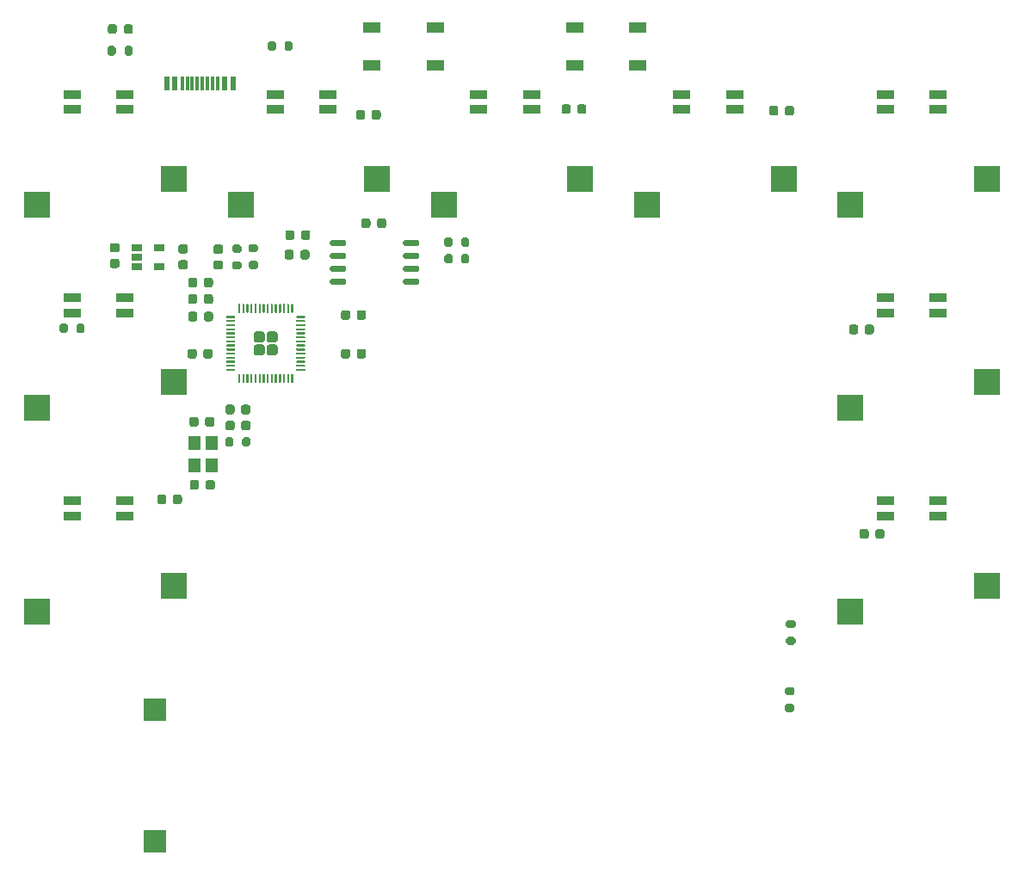
<source format=gbr>
G04 #@! TF.GenerationSoftware,KiCad,Pcbnew,(5.1.10)-1*
G04 #@! TF.CreationDate,2021-08-27T00:07:47-06:00*
G04 #@! TF.ProjectId,EncoderPad_RP2040,456e636f-6465-4725-9061-645f52503230,rev?*
G04 #@! TF.SameCoordinates,Original*
G04 #@! TF.FileFunction,Paste,Bot*
G04 #@! TF.FilePolarity,Positive*
%FSLAX46Y46*%
G04 Gerber Fmt 4.6, Leading zero omitted, Abs format (unit mm)*
G04 Created by KiCad (PCBNEW (5.1.10)-1) date 2021-08-27 00:07:47*
%MOMM*%
%LPD*%
G01*
G04 APERTURE LIST*
%ADD10R,1.060000X0.650000*%
%ADD11R,1.800000X0.900000*%
%ADD12R,2.550000X2.500000*%
%ADD13R,1.200000X1.400000*%
%ADD14R,1.800000X1.100000*%
%ADD15R,0.600000X1.450000*%
%ADD16R,0.300000X1.450000*%
%ADD17R,2.300000X2.300000*%
G04 APERTURE END LIST*
D10*
X65997000Y-86167000D03*
X65997000Y-84267000D03*
X63797000Y-84267000D03*
X63797000Y-85217000D03*
X63797000Y-86167000D03*
G36*
G01*
X56966800Y-91977800D02*
X56966800Y-92527800D01*
G75*
G02*
X56766800Y-92727800I-200000J0D01*
G01*
X56366800Y-92727800D01*
G75*
G02*
X56166800Y-92527800I0J200000D01*
G01*
X56166800Y-91977800D01*
G75*
G02*
X56366800Y-91777800I200000J0D01*
G01*
X56766800Y-91777800D01*
G75*
G02*
X56966800Y-91977800I0J-200000D01*
G01*
G37*
G36*
G01*
X58616800Y-91977800D02*
X58616800Y-92527800D01*
G75*
G02*
X58416800Y-92727800I-200000J0D01*
G01*
X58016800Y-92727800D01*
G75*
G02*
X57816800Y-92527800I0J200000D01*
G01*
X57816800Y-91977800D01*
G75*
G02*
X58016800Y-91777800I200000J0D01*
G01*
X58416800Y-91777800D01*
G75*
G02*
X58616800Y-91977800I0J-200000D01*
G01*
G37*
G36*
G01*
X61803900Y-62532550D02*
X61803900Y-63045050D01*
G75*
G02*
X61585150Y-63263800I-218750J0D01*
G01*
X61147650Y-63263800D01*
G75*
G02*
X60928900Y-63045050I0J218750D01*
G01*
X60928900Y-62532550D01*
G75*
G02*
X61147650Y-62313800I218750J0D01*
G01*
X61585150Y-62313800D01*
G75*
G02*
X61803900Y-62532550I0J-218750D01*
G01*
G37*
G36*
G01*
X63378900Y-62532550D02*
X63378900Y-63045050D01*
G75*
G02*
X63160150Y-63263800I-218750J0D01*
G01*
X62722650Y-63263800D01*
G75*
G02*
X62503900Y-63045050I0J218750D01*
G01*
X62503900Y-62532550D01*
G75*
G02*
X62722650Y-62313800I218750J0D01*
G01*
X63160150Y-62313800D01*
G75*
G02*
X63378900Y-62532550I0J-218750D01*
G01*
G37*
G36*
G01*
X128392600Y-121749000D02*
X127842600Y-121749000D01*
G75*
G02*
X127642600Y-121549000I0J200000D01*
G01*
X127642600Y-121149000D01*
G75*
G02*
X127842600Y-120949000I200000J0D01*
G01*
X128392600Y-120949000D01*
G75*
G02*
X128592600Y-121149000I0J-200000D01*
G01*
X128592600Y-121549000D01*
G75*
G02*
X128392600Y-121749000I-200000J0D01*
G01*
G37*
G36*
G01*
X128392600Y-123399000D02*
X127842600Y-123399000D01*
G75*
G02*
X127642600Y-123199000I0J200000D01*
G01*
X127642600Y-122799000D01*
G75*
G02*
X127842600Y-122599000I200000J0D01*
G01*
X128392600Y-122599000D01*
G75*
G02*
X128592600Y-122799000I0J-200000D01*
G01*
X128592600Y-123199000D01*
G75*
G02*
X128392600Y-123399000I-200000J0D01*
G01*
G37*
G36*
G01*
X127741000Y-129203000D02*
X128291000Y-129203000D01*
G75*
G02*
X128491000Y-129403000I0J-200000D01*
G01*
X128491000Y-129803000D01*
G75*
G02*
X128291000Y-130003000I-200000J0D01*
G01*
X127741000Y-130003000D01*
G75*
G02*
X127541000Y-129803000I0J200000D01*
G01*
X127541000Y-129403000D01*
G75*
G02*
X127741000Y-129203000I200000J0D01*
G01*
G37*
G36*
G01*
X127741000Y-127553000D02*
X128291000Y-127553000D01*
G75*
G02*
X128491000Y-127753000I0J-200000D01*
G01*
X128491000Y-128153000D01*
G75*
G02*
X128291000Y-128353000I-200000J0D01*
G01*
X127741000Y-128353000D01*
G75*
G02*
X127541000Y-128153000I0J200000D01*
G01*
X127541000Y-127753000D01*
G75*
G02*
X127741000Y-127553000I200000J0D01*
G01*
G37*
D11*
X137400000Y-109200000D03*
X137400000Y-110700000D03*
X142600000Y-109200000D03*
X142600000Y-110700000D03*
D12*
X133985000Y-120080000D03*
X147410000Y-117540000D03*
D11*
X137400000Y-89200000D03*
X137400000Y-90700000D03*
X142600000Y-89200000D03*
X142600000Y-90700000D03*
D12*
X133985000Y-100080000D03*
X147410000Y-97540000D03*
D11*
X137400000Y-69200000D03*
X137400000Y-70700000D03*
X142600000Y-69200000D03*
X142600000Y-70700000D03*
D12*
X133985000Y-80080000D03*
X147410000Y-77540000D03*
D11*
X117400000Y-69200000D03*
X117400000Y-70700000D03*
X122600000Y-69200000D03*
X122600000Y-70700000D03*
D12*
X113985000Y-80080000D03*
X127410000Y-77540000D03*
D11*
X97400000Y-69200000D03*
X97400000Y-70700000D03*
X102600000Y-69200000D03*
X102600000Y-70700000D03*
D12*
X93985000Y-80080000D03*
X107410000Y-77540000D03*
D11*
X77410000Y-69200000D03*
X77410000Y-70700000D03*
X82610000Y-69200000D03*
X82610000Y-70700000D03*
D12*
X73995000Y-80080000D03*
X87420000Y-77540000D03*
D11*
X57400000Y-69200000D03*
X57400000Y-70700000D03*
X62600000Y-69200000D03*
X62600000Y-70700000D03*
D12*
X53985000Y-80080000D03*
X67410000Y-77540000D03*
D11*
X57400000Y-89200000D03*
X57400000Y-90700000D03*
X62600000Y-89200000D03*
X62600000Y-90700000D03*
D12*
X53985000Y-100080000D03*
X67410000Y-97540000D03*
D11*
X57400000Y-109200000D03*
X57400000Y-110700000D03*
X62600000Y-109200000D03*
X62600000Y-110700000D03*
D12*
X53985000Y-120080000D03*
X67410000Y-117540000D03*
G36*
G01*
X135781200Y-112221200D02*
X135781200Y-112721200D01*
G75*
G02*
X135556200Y-112946200I-225000J0D01*
G01*
X135106200Y-112946200D01*
G75*
G02*
X134881200Y-112721200I0J225000D01*
G01*
X134881200Y-112221200D01*
G75*
G02*
X135106200Y-111996200I225000J0D01*
G01*
X135556200Y-111996200D01*
G75*
G02*
X135781200Y-112221200I0J-225000D01*
G01*
G37*
G36*
G01*
X137331200Y-112221200D02*
X137331200Y-112721200D01*
G75*
G02*
X137106200Y-112946200I-225000J0D01*
G01*
X136656200Y-112946200D01*
G75*
G02*
X136431200Y-112721200I0J225000D01*
G01*
X136431200Y-112221200D01*
G75*
G02*
X136656200Y-111996200I225000J0D01*
G01*
X137106200Y-111996200D01*
G75*
G02*
X137331200Y-112221200I0J-225000D01*
G01*
G37*
G36*
G01*
X134739200Y-92104400D02*
X134739200Y-92604400D01*
G75*
G02*
X134514200Y-92829400I-225000J0D01*
G01*
X134064200Y-92829400D01*
G75*
G02*
X133839200Y-92604400I0J225000D01*
G01*
X133839200Y-92104400D01*
G75*
G02*
X134064200Y-91879400I225000J0D01*
G01*
X134514200Y-91879400D01*
G75*
G02*
X134739200Y-92104400I0J-225000D01*
G01*
G37*
G36*
G01*
X136289200Y-92104400D02*
X136289200Y-92604400D01*
G75*
G02*
X136064200Y-92829400I-225000J0D01*
G01*
X135614200Y-92829400D01*
G75*
G02*
X135389200Y-92604400I0J225000D01*
G01*
X135389200Y-92104400D01*
G75*
G02*
X135614200Y-91879400I225000J0D01*
G01*
X136064200Y-91879400D01*
G75*
G02*
X136289200Y-92104400I0J-225000D01*
G01*
G37*
G36*
G01*
X127528200Y-71065200D02*
X127528200Y-70565200D01*
G75*
G02*
X127753200Y-70340200I225000J0D01*
G01*
X128203200Y-70340200D01*
G75*
G02*
X128428200Y-70565200I0J-225000D01*
G01*
X128428200Y-71065200D01*
G75*
G02*
X128203200Y-71290200I-225000J0D01*
G01*
X127753200Y-71290200D01*
G75*
G02*
X127528200Y-71065200I0J225000D01*
G01*
G37*
G36*
G01*
X125978200Y-71065200D02*
X125978200Y-70565200D01*
G75*
G02*
X126203200Y-70340200I225000J0D01*
G01*
X126653200Y-70340200D01*
G75*
G02*
X126878200Y-70565200I0J-225000D01*
G01*
X126878200Y-71065200D01*
G75*
G02*
X126653200Y-71290200I-225000J0D01*
G01*
X126203200Y-71290200D01*
G75*
G02*
X125978200Y-71065200I0J225000D01*
G01*
G37*
G36*
G01*
X107106600Y-70912800D02*
X107106600Y-70412800D01*
G75*
G02*
X107331600Y-70187800I225000J0D01*
G01*
X107781600Y-70187800D01*
G75*
G02*
X108006600Y-70412800I0J-225000D01*
G01*
X108006600Y-70912800D01*
G75*
G02*
X107781600Y-71137800I-225000J0D01*
G01*
X107331600Y-71137800D01*
G75*
G02*
X107106600Y-70912800I0J225000D01*
G01*
G37*
G36*
G01*
X105556600Y-70912800D02*
X105556600Y-70412800D01*
G75*
G02*
X105781600Y-70187800I225000J0D01*
G01*
X106231600Y-70187800D01*
G75*
G02*
X106456600Y-70412800I0J-225000D01*
G01*
X106456600Y-70912800D01*
G75*
G02*
X106231600Y-71137800I-225000J0D01*
G01*
X105781600Y-71137800D01*
G75*
G02*
X105556600Y-70912800I0J225000D01*
G01*
G37*
G36*
G01*
X67317200Y-109317600D02*
X67317200Y-108817600D01*
G75*
G02*
X67542200Y-108592600I225000J0D01*
G01*
X67992200Y-108592600D01*
G75*
G02*
X68217200Y-108817600I0J-225000D01*
G01*
X68217200Y-109317600D01*
G75*
G02*
X67992200Y-109542600I-225000J0D01*
G01*
X67542200Y-109542600D01*
G75*
G02*
X67317200Y-109317600I0J225000D01*
G01*
G37*
G36*
G01*
X65767200Y-109317600D02*
X65767200Y-108817600D01*
G75*
G02*
X65992200Y-108592600I225000J0D01*
G01*
X66442200Y-108592600D01*
G75*
G02*
X66667200Y-108817600I0J-225000D01*
G01*
X66667200Y-109317600D01*
G75*
G02*
X66442200Y-109542600I-225000J0D01*
G01*
X65992200Y-109542600D01*
G75*
G02*
X65767200Y-109317600I0J225000D01*
G01*
G37*
G36*
G01*
X86875200Y-71471600D02*
X86875200Y-70971600D01*
G75*
G02*
X87100200Y-70746600I225000J0D01*
G01*
X87550200Y-70746600D01*
G75*
G02*
X87775200Y-70971600I0J-225000D01*
G01*
X87775200Y-71471600D01*
G75*
G02*
X87550200Y-71696600I-225000J0D01*
G01*
X87100200Y-71696600D01*
G75*
G02*
X86875200Y-71471600I0J225000D01*
G01*
G37*
G36*
G01*
X85325200Y-71471600D02*
X85325200Y-70971600D01*
G75*
G02*
X85550200Y-70746600I225000J0D01*
G01*
X86000200Y-70746600D01*
G75*
G02*
X86225200Y-70971600I0J-225000D01*
G01*
X86225200Y-71471600D01*
G75*
G02*
X86000200Y-71696600I-225000J0D01*
G01*
X85550200Y-71696600D01*
G75*
G02*
X85325200Y-71471600I0J225000D01*
G01*
G37*
G36*
G01*
X69715200Y-87481600D02*
X69715200Y-87981600D01*
G75*
G02*
X69490200Y-88206600I-225000J0D01*
G01*
X69040200Y-88206600D01*
G75*
G02*
X68815200Y-87981600I0J225000D01*
G01*
X68815200Y-87481600D01*
G75*
G02*
X69040200Y-87256600I225000J0D01*
G01*
X69490200Y-87256600D01*
G75*
G02*
X69715200Y-87481600I0J-225000D01*
G01*
G37*
G36*
G01*
X71265200Y-87481600D02*
X71265200Y-87981600D01*
G75*
G02*
X71040200Y-88206600I-225000J0D01*
G01*
X70590200Y-88206600D01*
G75*
G02*
X70365200Y-87981600I0J225000D01*
G01*
X70365200Y-87481600D01*
G75*
G02*
X70590200Y-87256600I225000J0D01*
G01*
X71040200Y-87256600D01*
G75*
G02*
X71265200Y-87481600I0J-225000D01*
G01*
G37*
G36*
G01*
X85415000Y-91182000D02*
X85415000Y-90682000D01*
G75*
G02*
X85640000Y-90457000I225000J0D01*
G01*
X86090000Y-90457000D01*
G75*
G02*
X86315000Y-90682000I0J-225000D01*
G01*
X86315000Y-91182000D01*
G75*
G02*
X86090000Y-91407000I-225000J0D01*
G01*
X85640000Y-91407000D01*
G75*
G02*
X85415000Y-91182000I0J225000D01*
G01*
G37*
G36*
G01*
X83865000Y-91182000D02*
X83865000Y-90682000D01*
G75*
G02*
X84090000Y-90457000I225000J0D01*
G01*
X84540000Y-90457000D01*
G75*
G02*
X84765000Y-90682000I0J-225000D01*
G01*
X84765000Y-91182000D01*
G75*
G02*
X84540000Y-91407000I-225000J0D01*
G01*
X84090000Y-91407000D01*
G75*
G02*
X83865000Y-91182000I0J225000D01*
G01*
G37*
G36*
G01*
X69664400Y-94492000D02*
X69664400Y-94992000D01*
G75*
G02*
X69439400Y-95217000I-225000J0D01*
G01*
X68989400Y-95217000D01*
G75*
G02*
X68764400Y-94992000I0J225000D01*
G01*
X68764400Y-94492000D01*
G75*
G02*
X68989400Y-94267000I225000J0D01*
G01*
X69439400Y-94267000D01*
G75*
G02*
X69664400Y-94492000I0J-225000D01*
G01*
G37*
G36*
G01*
X71214400Y-94492000D02*
X71214400Y-94992000D01*
G75*
G02*
X70989400Y-95217000I-225000J0D01*
G01*
X70539400Y-95217000D01*
G75*
G02*
X70314400Y-94992000I0J225000D01*
G01*
X70314400Y-94492000D01*
G75*
G02*
X70539400Y-94267000I225000J0D01*
G01*
X70989400Y-94267000D01*
G75*
G02*
X71214400Y-94492000I0J-225000D01*
G01*
G37*
G36*
G01*
X69715200Y-89107200D02*
X69715200Y-89607200D01*
G75*
G02*
X69490200Y-89832200I-225000J0D01*
G01*
X69040200Y-89832200D01*
G75*
G02*
X68815200Y-89607200I0J225000D01*
G01*
X68815200Y-89107200D01*
G75*
G02*
X69040200Y-88882200I225000J0D01*
G01*
X69490200Y-88882200D01*
G75*
G02*
X69715200Y-89107200I0J-225000D01*
G01*
G37*
G36*
G01*
X71265200Y-89107200D02*
X71265200Y-89607200D01*
G75*
G02*
X71040200Y-89832200I-225000J0D01*
G01*
X70590200Y-89832200D01*
G75*
G02*
X70365200Y-89607200I0J225000D01*
G01*
X70365200Y-89107200D01*
G75*
G02*
X70590200Y-88882200I225000J0D01*
G01*
X71040200Y-88882200D01*
G75*
G02*
X71265200Y-89107200I0J-225000D01*
G01*
G37*
G36*
G01*
X79928600Y-83308000D02*
X79928600Y-82808000D01*
G75*
G02*
X80153600Y-82583000I225000J0D01*
G01*
X80603600Y-82583000D01*
G75*
G02*
X80828600Y-82808000I0J-225000D01*
G01*
X80828600Y-83308000D01*
G75*
G02*
X80603600Y-83533000I-225000J0D01*
G01*
X80153600Y-83533000D01*
G75*
G02*
X79928600Y-83308000I0J225000D01*
G01*
G37*
G36*
G01*
X78378600Y-83308000D02*
X78378600Y-82808000D01*
G75*
G02*
X78603600Y-82583000I225000J0D01*
G01*
X79053600Y-82583000D01*
G75*
G02*
X79278600Y-82808000I0J-225000D01*
G01*
X79278600Y-83308000D01*
G75*
G02*
X79053600Y-83533000I-225000J0D01*
G01*
X78603600Y-83533000D01*
G75*
G02*
X78378600Y-83308000I0J225000D01*
G01*
G37*
G36*
G01*
X73398800Y-101553200D02*
X73398800Y-102053200D01*
G75*
G02*
X73173800Y-102278200I-225000J0D01*
G01*
X72723800Y-102278200D01*
G75*
G02*
X72498800Y-102053200I0J225000D01*
G01*
X72498800Y-101553200D01*
G75*
G02*
X72723800Y-101328200I225000J0D01*
G01*
X73173800Y-101328200D01*
G75*
G02*
X73398800Y-101553200I0J-225000D01*
G01*
G37*
G36*
G01*
X74948800Y-101553200D02*
X74948800Y-102053200D01*
G75*
G02*
X74723800Y-102278200I-225000J0D01*
G01*
X74273800Y-102278200D01*
G75*
G02*
X74048800Y-102053200I0J225000D01*
G01*
X74048800Y-101553200D01*
G75*
G02*
X74273800Y-101328200I225000J0D01*
G01*
X74723800Y-101328200D01*
G75*
G02*
X74948800Y-101553200I0J-225000D01*
G01*
G37*
G36*
G01*
X69728200Y-90834400D02*
X69728200Y-91334400D01*
G75*
G02*
X69503200Y-91559400I-225000J0D01*
G01*
X69053200Y-91559400D01*
G75*
G02*
X68828200Y-91334400I0J225000D01*
G01*
X68828200Y-90834400D01*
G75*
G02*
X69053200Y-90609400I225000J0D01*
G01*
X69503200Y-90609400D01*
G75*
G02*
X69728200Y-90834400I0J-225000D01*
G01*
G37*
G36*
G01*
X71278200Y-90834400D02*
X71278200Y-91334400D01*
G75*
G02*
X71053200Y-91559400I-225000J0D01*
G01*
X70603200Y-91559400D01*
G75*
G02*
X70378200Y-91334400I0J225000D01*
G01*
X70378200Y-90834400D01*
G75*
G02*
X70603200Y-90609400I225000J0D01*
G01*
X71053200Y-90609400D01*
G75*
G02*
X71278200Y-90834400I0J-225000D01*
G01*
G37*
G36*
G01*
X85415000Y-94992000D02*
X85415000Y-94492000D01*
G75*
G02*
X85640000Y-94267000I225000J0D01*
G01*
X86090000Y-94267000D01*
G75*
G02*
X86315000Y-94492000I0J-225000D01*
G01*
X86315000Y-94992000D01*
G75*
G02*
X86090000Y-95217000I-225000J0D01*
G01*
X85640000Y-95217000D01*
G75*
G02*
X85415000Y-94992000I0J225000D01*
G01*
G37*
G36*
G01*
X83865000Y-94992000D02*
X83865000Y-94492000D01*
G75*
G02*
X84090000Y-94267000I225000J0D01*
G01*
X84540000Y-94267000D01*
G75*
G02*
X84765000Y-94492000I0J-225000D01*
G01*
X84765000Y-94992000D01*
G75*
G02*
X84540000Y-95217000I-225000J0D01*
G01*
X84090000Y-95217000D01*
G75*
G02*
X83865000Y-94992000I0J225000D01*
G01*
G37*
G36*
G01*
X79864800Y-85238400D02*
X79864800Y-84738400D01*
G75*
G02*
X80089800Y-84513400I225000J0D01*
G01*
X80539800Y-84513400D01*
G75*
G02*
X80764800Y-84738400I0J-225000D01*
G01*
X80764800Y-85238400D01*
G75*
G02*
X80539800Y-85463400I-225000J0D01*
G01*
X80089800Y-85463400D01*
G75*
G02*
X79864800Y-85238400I0J225000D01*
G01*
G37*
G36*
G01*
X78314800Y-85238400D02*
X78314800Y-84738400D01*
G75*
G02*
X78539800Y-84513400I225000J0D01*
G01*
X78989800Y-84513400D01*
G75*
G02*
X79214800Y-84738400I0J-225000D01*
G01*
X79214800Y-85238400D01*
G75*
G02*
X78989800Y-85463400I-225000J0D01*
G01*
X78539800Y-85463400D01*
G75*
G02*
X78314800Y-85238400I0J225000D01*
G01*
G37*
G36*
G01*
X73385800Y-99978400D02*
X73385800Y-100478400D01*
G75*
G02*
X73160800Y-100703400I-225000J0D01*
G01*
X72710800Y-100703400D01*
G75*
G02*
X72485800Y-100478400I0J225000D01*
G01*
X72485800Y-99978400D01*
G75*
G02*
X72710800Y-99753400I225000J0D01*
G01*
X73160800Y-99753400D01*
G75*
G02*
X73385800Y-99978400I0J-225000D01*
G01*
G37*
G36*
G01*
X74935800Y-99978400D02*
X74935800Y-100478400D01*
G75*
G02*
X74710800Y-100703400I-225000J0D01*
G01*
X74260800Y-100703400D01*
G75*
G02*
X74035800Y-100478400I0J225000D01*
G01*
X74035800Y-99978400D01*
G75*
G02*
X74260800Y-99753400I225000J0D01*
G01*
X74710800Y-99753400D01*
G75*
G02*
X74935800Y-99978400I0J-225000D01*
G01*
G37*
G36*
G01*
X72030400Y-84904400D02*
X71530400Y-84904400D01*
G75*
G02*
X71305400Y-84679400I0J225000D01*
G01*
X71305400Y-84229400D01*
G75*
G02*
X71530400Y-84004400I225000J0D01*
G01*
X72030400Y-84004400D01*
G75*
G02*
X72255400Y-84229400I0J-225000D01*
G01*
X72255400Y-84679400D01*
G75*
G02*
X72030400Y-84904400I-225000J0D01*
G01*
G37*
G36*
G01*
X72030400Y-86454400D02*
X71530400Y-86454400D01*
G75*
G02*
X71305400Y-86229400I0J225000D01*
G01*
X71305400Y-85779400D01*
G75*
G02*
X71530400Y-85554400I225000J0D01*
G01*
X72030400Y-85554400D01*
G75*
G02*
X72255400Y-85779400I0J-225000D01*
G01*
X72255400Y-86229400D01*
G75*
G02*
X72030400Y-86454400I-225000J0D01*
G01*
G37*
D13*
X71106400Y-105697200D03*
X71106400Y-103497200D03*
X69406400Y-103497200D03*
X69406400Y-105697200D03*
G36*
G01*
X74135800Y-103703800D02*
X74135800Y-103153800D01*
G75*
G02*
X74335800Y-102953800I200000J0D01*
G01*
X74735800Y-102953800D01*
G75*
G02*
X74935800Y-103153800I0J-200000D01*
G01*
X74935800Y-103703800D01*
G75*
G02*
X74735800Y-103903800I-200000J0D01*
G01*
X74335800Y-103903800D01*
G75*
G02*
X74135800Y-103703800I0J200000D01*
G01*
G37*
G36*
G01*
X72485800Y-103703800D02*
X72485800Y-103153800D01*
G75*
G02*
X72685800Y-102953800I200000J0D01*
G01*
X73085800Y-102953800D01*
G75*
G02*
X73285800Y-103153800I0J-200000D01*
G01*
X73285800Y-103703800D01*
G75*
G02*
X73085800Y-103903800I-200000J0D01*
G01*
X72685800Y-103903800D01*
G75*
G02*
X72485800Y-103703800I0J200000D01*
G01*
G37*
G36*
G01*
X69842800Y-101197600D02*
X69842800Y-101697600D01*
G75*
G02*
X69617800Y-101922600I-225000J0D01*
G01*
X69167800Y-101922600D01*
G75*
G02*
X68942800Y-101697600I0J225000D01*
G01*
X68942800Y-101197600D01*
G75*
G02*
X69167800Y-100972600I225000J0D01*
G01*
X69617800Y-100972600D01*
G75*
G02*
X69842800Y-101197600I0J-225000D01*
G01*
G37*
G36*
G01*
X71392800Y-101197600D02*
X71392800Y-101697600D01*
G75*
G02*
X71167800Y-101922600I-225000J0D01*
G01*
X70717800Y-101922600D01*
G75*
G02*
X70492800Y-101697600I0J225000D01*
G01*
X70492800Y-101197600D01*
G75*
G02*
X70717800Y-100972600I225000J0D01*
G01*
X71167800Y-100972600D01*
G75*
G02*
X71392800Y-101197600I0J-225000D01*
G01*
G37*
G36*
G01*
X70543600Y-107895200D02*
X70543600Y-107395200D01*
G75*
G02*
X70768600Y-107170200I225000J0D01*
G01*
X71218600Y-107170200D01*
G75*
G02*
X71443600Y-107395200I0J-225000D01*
G01*
X71443600Y-107895200D01*
G75*
G02*
X71218600Y-108120200I-225000J0D01*
G01*
X70768600Y-108120200D01*
G75*
G02*
X70543600Y-107895200I0J225000D01*
G01*
G37*
G36*
G01*
X68993600Y-107895200D02*
X68993600Y-107395200D01*
G75*
G02*
X69218600Y-107170200I225000J0D01*
G01*
X69668600Y-107170200D01*
G75*
G02*
X69893600Y-107395200I0J-225000D01*
G01*
X69893600Y-107895200D01*
G75*
G02*
X69668600Y-108120200I-225000J0D01*
G01*
X69218600Y-108120200D01*
G75*
G02*
X68993600Y-107895200I0J225000D01*
G01*
G37*
D14*
X106882000Y-66366000D03*
X113082000Y-66366000D03*
X106882000Y-62666000D03*
X113082000Y-62666000D03*
G36*
G01*
X95687200Y-84044200D02*
X95687200Y-83494200D01*
G75*
G02*
X95887200Y-83294200I200000J0D01*
G01*
X96287200Y-83294200D01*
G75*
G02*
X96487200Y-83494200I0J-200000D01*
G01*
X96487200Y-84044200D01*
G75*
G02*
X96287200Y-84244200I-200000J0D01*
G01*
X95887200Y-84244200D01*
G75*
G02*
X95687200Y-84044200I0J200000D01*
G01*
G37*
G36*
G01*
X94037200Y-84044200D02*
X94037200Y-83494200D01*
G75*
G02*
X94237200Y-83294200I200000J0D01*
G01*
X94637200Y-83294200D01*
G75*
G02*
X94837200Y-83494200I0J-200000D01*
G01*
X94837200Y-84044200D01*
G75*
G02*
X94637200Y-84244200I-200000J0D01*
G01*
X94237200Y-84244200D01*
G75*
G02*
X94037200Y-84044200I0J200000D01*
G01*
G37*
G36*
G01*
X94837200Y-85119800D02*
X94837200Y-85669800D01*
G75*
G02*
X94637200Y-85869800I-200000J0D01*
G01*
X94237200Y-85869800D01*
G75*
G02*
X94037200Y-85669800I0J200000D01*
G01*
X94037200Y-85119800D01*
G75*
G02*
X94237200Y-84919800I200000J0D01*
G01*
X94637200Y-84919800D01*
G75*
G02*
X94837200Y-85119800I0J-200000D01*
G01*
G37*
G36*
G01*
X96487200Y-85119800D02*
X96487200Y-85669800D01*
G75*
G02*
X96287200Y-85869800I-200000J0D01*
G01*
X95887200Y-85869800D01*
G75*
G02*
X95687200Y-85669800I0J200000D01*
G01*
X95687200Y-85119800D01*
G75*
G02*
X95887200Y-84919800I200000J0D01*
G01*
X96287200Y-84919800D01*
G75*
G02*
X96487200Y-85119800I0J-200000D01*
G01*
G37*
G36*
G01*
X87409200Y-82139600D02*
X87409200Y-81639600D01*
G75*
G02*
X87634200Y-81414600I225000J0D01*
G01*
X88084200Y-81414600D01*
G75*
G02*
X88309200Y-81639600I0J-225000D01*
G01*
X88309200Y-82139600D01*
G75*
G02*
X88084200Y-82364600I-225000J0D01*
G01*
X87634200Y-82364600D01*
G75*
G02*
X87409200Y-82139600I0J225000D01*
G01*
G37*
G36*
G01*
X85859200Y-82139600D02*
X85859200Y-81639600D01*
G75*
G02*
X86084200Y-81414600I225000J0D01*
G01*
X86534200Y-81414600D01*
G75*
G02*
X86759200Y-81639600I0J-225000D01*
G01*
X86759200Y-82139600D01*
G75*
G02*
X86534200Y-82364600I-225000J0D01*
G01*
X86084200Y-82364600D01*
G75*
G02*
X85859200Y-82139600I0J225000D01*
G01*
G37*
G36*
G01*
X79154000Y-89901000D02*
X79154000Y-90676000D01*
G75*
G02*
X79104000Y-90726000I-50000J0D01*
G01*
X79004000Y-90726000D01*
G75*
G02*
X78954000Y-90676000I0J50000D01*
G01*
X78954000Y-89901000D01*
G75*
G02*
X79004000Y-89851000I50000J0D01*
G01*
X79104000Y-89851000D01*
G75*
G02*
X79154000Y-89901000I0J-50000D01*
G01*
G37*
G36*
G01*
X78754000Y-89901000D02*
X78754000Y-90676000D01*
G75*
G02*
X78704000Y-90726000I-50000J0D01*
G01*
X78604000Y-90726000D01*
G75*
G02*
X78554000Y-90676000I0J50000D01*
G01*
X78554000Y-89901000D01*
G75*
G02*
X78604000Y-89851000I50000J0D01*
G01*
X78704000Y-89851000D01*
G75*
G02*
X78754000Y-89901000I0J-50000D01*
G01*
G37*
G36*
G01*
X78354000Y-89901000D02*
X78354000Y-90676000D01*
G75*
G02*
X78304000Y-90726000I-50000J0D01*
G01*
X78204000Y-90726000D01*
G75*
G02*
X78154000Y-90676000I0J50000D01*
G01*
X78154000Y-89901000D01*
G75*
G02*
X78204000Y-89851000I50000J0D01*
G01*
X78304000Y-89851000D01*
G75*
G02*
X78354000Y-89901000I0J-50000D01*
G01*
G37*
G36*
G01*
X77954000Y-89901000D02*
X77954000Y-90676000D01*
G75*
G02*
X77904000Y-90726000I-50000J0D01*
G01*
X77804000Y-90726000D01*
G75*
G02*
X77754000Y-90676000I0J50000D01*
G01*
X77754000Y-89901000D01*
G75*
G02*
X77804000Y-89851000I50000J0D01*
G01*
X77904000Y-89851000D01*
G75*
G02*
X77954000Y-89901000I0J-50000D01*
G01*
G37*
G36*
G01*
X77554000Y-89901000D02*
X77554000Y-90676000D01*
G75*
G02*
X77504000Y-90726000I-50000J0D01*
G01*
X77404000Y-90726000D01*
G75*
G02*
X77354000Y-90676000I0J50000D01*
G01*
X77354000Y-89901000D01*
G75*
G02*
X77404000Y-89851000I50000J0D01*
G01*
X77504000Y-89851000D01*
G75*
G02*
X77554000Y-89901000I0J-50000D01*
G01*
G37*
G36*
G01*
X77154000Y-89901000D02*
X77154000Y-90676000D01*
G75*
G02*
X77104000Y-90726000I-50000J0D01*
G01*
X77004000Y-90726000D01*
G75*
G02*
X76954000Y-90676000I0J50000D01*
G01*
X76954000Y-89901000D01*
G75*
G02*
X77004000Y-89851000I50000J0D01*
G01*
X77104000Y-89851000D01*
G75*
G02*
X77154000Y-89901000I0J-50000D01*
G01*
G37*
G36*
G01*
X76754000Y-89901000D02*
X76754000Y-90676000D01*
G75*
G02*
X76704000Y-90726000I-50000J0D01*
G01*
X76604000Y-90726000D01*
G75*
G02*
X76554000Y-90676000I0J50000D01*
G01*
X76554000Y-89901000D01*
G75*
G02*
X76604000Y-89851000I50000J0D01*
G01*
X76704000Y-89851000D01*
G75*
G02*
X76754000Y-89901000I0J-50000D01*
G01*
G37*
G36*
G01*
X76354000Y-89901000D02*
X76354000Y-90676000D01*
G75*
G02*
X76304000Y-90726000I-50000J0D01*
G01*
X76204000Y-90726000D01*
G75*
G02*
X76154000Y-90676000I0J50000D01*
G01*
X76154000Y-89901000D01*
G75*
G02*
X76204000Y-89851000I50000J0D01*
G01*
X76304000Y-89851000D01*
G75*
G02*
X76354000Y-89901000I0J-50000D01*
G01*
G37*
G36*
G01*
X75954000Y-89901000D02*
X75954000Y-90676000D01*
G75*
G02*
X75904000Y-90726000I-50000J0D01*
G01*
X75804000Y-90726000D01*
G75*
G02*
X75754000Y-90676000I0J50000D01*
G01*
X75754000Y-89901000D01*
G75*
G02*
X75804000Y-89851000I50000J0D01*
G01*
X75904000Y-89851000D01*
G75*
G02*
X75954000Y-89901000I0J-50000D01*
G01*
G37*
G36*
G01*
X75554000Y-89901000D02*
X75554000Y-90676000D01*
G75*
G02*
X75504000Y-90726000I-50000J0D01*
G01*
X75404000Y-90726000D01*
G75*
G02*
X75354000Y-90676000I0J50000D01*
G01*
X75354000Y-89901000D01*
G75*
G02*
X75404000Y-89851000I50000J0D01*
G01*
X75504000Y-89851000D01*
G75*
G02*
X75554000Y-89901000I0J-50000D01*
G01*
G37*
G36*
G01*
X75154000Y-89901000D02*
X75154000Y-90676000D01*
G75*
G02*
X75104000Y-90726000I-50000J0D01*
G01*
X75004000Y-90726000D01*
G75*
G02*
X74954000Y-90676000I0J50000D01*
G01*
X74954000Y-89901000D01*
G75*
G02*
X75004000Y-89851000I50000J0D01*
G01*
X75104000Y-89851000D01*
G75*
G02*
X75154000Y-89901000I0J-50000D01*
G01*
G37*
G36*
G01*
X74754000Y-89901000D02*
X74754000Y-90676000D01*
G75*
G02*
X74704000Y-90726000I-50000J0D01*
G01*
X74604000Y-90726000D01*
G75*
G02*
X74554000Y-90676000I0J50000D01*
G01*
X74554000Y-89901000D01*
G75*
G02*
X74604000Y-89851000I50000J0D01*
G01*
X74704000Y-89851000D01*
G75*
G02*
X74754000Y-89901000I0J-50000D01*
G01*
G37*
G36*
G01*
X74354000Y-89901000D02*
X74354000Y-90676000D01*
G75*
G02*
X74304000Y-90726000I-50000J0D01*
G01*
X74204000Y-90726000D01*
G75*
G02*
X74154000Y-90676000I0J50000D01*
G01*
X74154000Y-89901000D01*
G75*
G02*
X74204000Y-89851000I50000J0D01*
G01*
X74304000Y-89851000D01*
G75*
G02*
X74354000Y-89901000I0J-50000D01*
G01*
G37*
G36*
G01*
X73954000Y-89901000D02*
X73954000Y-90676000D01*
G75*
G02*
X73904000Y-90726000I-50000J0D01*
G01*
X73804000Y-90726000D01*
G75*
G02*
X73754000Y-90676000I0J50000D01*
G01*
X73754000Y-89901000D01*
G75*
G02*
X73804000Y-89851000I50000J0D01*
G01*
X73904000Y-89851000D01*
G75*
G02*
X73954000Y-89901000I0J-50000D01*
G01*
G37*
G36*
G01*
X73454000Y-91076000D02*
X73454000Y-91176000D01*
G75*
G02*
X73404000Y-91226000I-50000J0D01*
G01*
X72629000Y-91226000D01*
G75*
G02*
X72579000Y-91176000I0J50000D01*
G01*
X72579000Y-91076000D01*
G75*
G02*
X72629000Y-91026000I50000J0D01*
G01*
X73404000Y-91026000D01*
G75*
G02*
X73454000Y-91076000I0J-50000D01*
G01*
G37*
G36*
G01*
X73454000Y-91476000D02*
X73454000Y-91576000D01*
G75*
G02*
X73404000Y-91626000I-50000J0D01*
G01*
X72629000Y-91626000D01*
G75*
G02*
X72579000Y-91576000I0J50000D01*
G01*
X72579000Y-91476000D01*
G75*
G02*
X72629000Y-91426000I50000J0D01*
G01*
X73404000Y-91426000D01*
G75*
G02*
X73454000Y-91476000I0J-50000D01*
G01*
G37*
G36*
G01*
X73454000Y-91876000D02*
X73454000Y-91976000D01*
G75*
G02*
X73404000Y-92026000I-50000J0D01*
G01*
X72629000Y-92026000D01*
G75*
G02*
X72579000Y-91976000I0J50000D01*
G01*
X72579000Y-91876000D01*
G75*
G02*
X72629000Y-91826000I50000J0D01*
G01*
X73404000Y-91826000D01*
G75*
G02*
X73454000Y-91876000I0J-50000D01*
G01*
G37*
G36*
G01*
X73454000Y-92276000D02*
X73454000Y-92376000D01*
G75*
G02*
X73404000Y-92426000I-50000J0D01*
G01*
X72629000Y-92426000D01*
G75*
G02*
X72579000Y-92376000I0J50000D01*
G01*
X72579000Y-92276000D01*
G75*
G02*
X72629000Y-92226000I50000J0D01*
G01*
X73404000Y-92226000D01*
G75*
G02*
X73454000Y-92276000I0J-50000D01*
G01*
G37*
G36*
G01*
X73454000Y-92676000D02*
X73454000Y-92776000D01*
G75*
G02*
X73404000Y-92826000I-50000J0D01*
G01*
X72629000Y-92826000D01*
G75*
G02*
X72579000Y-92776000I0J50000D01*
G01*
X72579000Y-92676000D01*
G75*
G02*
X72629000Y-92626000I50000J0D01*
G01*
X73404000Y-92626000D01*
G75*
G02*
X73454000Y-92676000I0J-50000D01*
G01*
G37*
G36*
G01*
X73454000Y-93076000D02*
X73454000Y-93176000D01*
G75*
G02*
X73404000Y-93226000I-50000J0D01*
G01*
X72629000Y-93226000D01*
G75*
G02*
X72579000Y-93176000I0J50000D01*
G01*
X72579000Y-93076000D01*
G75*
G02*
X72629000Y-93026000I50000J0D01*
G01*
X73404000Y-93026000D01*
G75*
G02*
X73454000Y-93076000I0J-50000D01*
G01*
G37*
G36*
G01*
X73454000Y-93476000D02*
X73454000Y-93576000D01*
G75*
G02*
X73404000Y-93626000I-50000J0D01*
G01*
X72629000Y-93626000D01*
G75*
G02*
X72579000Y-93576000I0J50000D01*
G01*
X72579000Y-93476000D01*
G75*
G02*
X72629000Y-93426000I50000J0D01*
G01*
X73404000Y-93426000D01*
G75*
G02*
X73454000Y-93476000I0J-50000D01*
G01*
G37*
G36*
G01*
X73454000Y-93876000D02*
X73454000Y-93976000D01*
G75*
G02*
X73404000Y-94026000I-50000J0D01*
G01*
X72629000Y-94026000D01*
G75*
G02*
X72579000Y-93976000I0J50000D01*
G01*
X72579000Y-93876000D01*
G75*
G02*
X72629000Y-93826000I50000J0D01*
G01*
X73404000Y-93826000D01*
G75*
G02*
X73454000Y-93876000I0J-50000D01*
G01*
G37*
G36*
G01*
X73454000Y-94276000D02*
X73454000Y-94376000D01*
G75*
G02*
X73404000Y-94426000I-50000J0D01*
G01*
X72629000Y-94426000D01*
G75*
G02*
X72579000Y-94376000I0J50000D01*
G01*
X72579000Y-94276000D01*
G75*
G02*
X72629000Y-94226000I50000J0D01*
G01*
X73404000Y-94226000D01*
G75*
G02*
X73454000Y-94276000I0J-50000D01*
G01*
G37*
G36*
G01*
X73454000Y-94676000D02*
X73454000Y-94776000D01*
G75*
G02*
X73404000Y-94826000I-50000J0D01*
G01*
X72629000Y-94826000D01*
G75*
G02*
X72579000Y-94776000I0J50000D01*
G01*
X72579000Y-94676000D01*
G75*
G02*
X72629000Y-94626000I50000J0D01*
G01*
X73404000Y-94626000D01*
G75*
G02*
X73454000Y-94676000I0J-50000D01*
G01*
G37*
G36*
G01*
X73454000Y-95076000D02*
X73454000Y-95176000D01*
G75*
G02*
X73404000Y-95226000I-50000J0D01*
G01*
X72629000Y-95226000D01*
G75*
G02*
X72579000Y-95176000I0J50000D01*
G01*
X72579000Y-95076000D01*
G75*
G02*
X72629000Y-95026000I50000J0D01*
G01*
X73404000Y-95026000D01*
G75*
G02*
X73454000Y-95076000I0J-50000D01*
G01*
G37*
G36*
G01*
X73454000Y-95476000D02*
X73454000Y-95576000D01*
G75*
G02*
X73404000Y-95626000I-50000J0D01*
G01*
X72629000Y-95626000D01*
G75*
G02*
X72579000Y-95576000I0J50000D01*
G01*
X72579000Y-95476000D01*
G75*
G02*
X72629000Y-95426000I50000J0D01*
G01*
X73404000Y-95426000D01*
G75*
G02*
X73454000Y-95476000I0J-50000D01*
G01*
G37*
G36*
G01*
X73454000Y-95876000D02*
X73454000Y-95976000D01*
G75*
G02*
X73404000Y-96026000I-50000J0D01*
G01*
X72629000Y-96026000D01*
G75*
G02*
X72579000Y-95976000I0J50000D01*
G01*
X72579000Y-95876000D01*
G75*
G02*
X72629000Y-95826000I50000J0D01*
G01*
X73404000Y-95826000D01*
G75*
G02*
X73454000Y-95876000I0J-50000D01*
G01*
G37*
G36*
G01*
X73454000Y-96276000D02*
X73454000Y-96376000D01*
G75*
G02*
X73404000Y-96426000I-50000J0D01*
G01*
X72629000Y-96426000D01*
G75*
G02*
X72579000Y-96376000I0J50000D01*
G01*
X72579000Y-96276000D01*
G75*
G02*
X72629000Y-96226000I50000J0D01*
G01*
X73404000Y-96226000D01*
G75*
G02*
X73454000Y-96276000I0J-50000D01*
G01*
G37*
G36*
G01*
X73954000Y-96776000D02*
X73954000Y-97551000D01*
G75*
G02*
X73904000Y-97601000I-50000J0D01*
G01*
X73804000Y-97601000D01*
G75*
G02*
X73754000Y-97551000I0J50000D01*
G01*
X73754000Y-96776000D01*
G75*
G02*
X73804000Y-96726000I50000J0D01*
G01*
X73904000Y-96726000D01*
G75*
G02*
X73954000Y-96776000I0J-50000D01*
G01*
G37*
G36*
G01*
X74354000Y-96776000D02*
X74354000Y-97551000D01*
G75*
G02*
X74304000Y-97601000I-50000J0D01*
G01*
X74204000Y-97601000D01*
G75*
G02*
X74154000Y-97551000I0J50000D01*
G01*
X74154000Y-96776000D01*
G75*
G02*
X74204000Y-96726000I50000J0D01*
G01*
X74304000Y-96726000D01*
G75*
G02*
X74354000Y-96776000I0J-50000D01*
G01*
G37*
G36*
G01*
X74754000Y-96776000D02*
X74754000Y-97551000D01*
G75*
G02*
X74704000Y-97601000I-50000J0D01*
G01*
X74604000Y-97601000D01*
G75*
G02*
X74554000Y-97551000I0J50000D01*
G01*
X74554000Y-96776000D01*
G75*
G02*
X74604000Y-96726000I50000J0D01*
G01*
X74704000Y-96726000D01*
G75*
G02*
X74754000Y-96776000I0J-50000D01*
G01*
G37*
G36*
G01*
X75154000Y-96776000D02*
X75154000Y-97551000D01*
G75*
G02*
X75104000Y-97601000I-50000J0D01*
G01*
X75004000Y-97601000D01*
G75*
G02*
X74954000Y-97551000I0J50000D01*
G01*
X74954000Y-96776000D01*
G75*
G02*
X75004000Y-96726000I50000J0D01*
G01*
X75104000Y-96726000D01*
G75*
G02*
X75154000Y-96776000I0J-50000D01*
G01*
G37*
G36*
G01*
X75554000Y-96776000D02*
X75554000Y-97551000D01*
G75*
G02*
X75504000Y-97601000I-50000J0D01*
G01*
X75404000Y-97601000D01*
G75*
G02*
X75354000Y-97551000I0J50000D01*
G01*
X75354000Y-96776000D01*
G75*
G02*
X75404000Y-96726000I50000J0D01*
G01*
X75504000Y-96726000D01*
G75*
G02*
X75554000Y-96776000I0J-50000D01*
G01*
G37*
G36*
G01*
X75954000Y-96776000D02*
X75954000Y-97551000D01*
G75*
G02*
X75904000Y-97601000I-50000J0D01*
G01*
X75804000Y-97601000D01*
G75*
G02*
X75754000Y-97551000I0J50000D01*
G01*
X75754000Y-96776000D01*
G75*
G02*
X75804000Y-96726000I50000J0D01*
G01*
X75904000Y-96726000D01*
G75*
G02*
X75954000Y-96776000I0J-50000D01*
G01*
G37*
G36*
G01*
X76354000Y-96776000D02*
X76354000Y-97551000D01*
G75*
G02*
X76304000Y-97601000I-50000J0D01*
G01*
X76204000Y-97601000D01*
G75*
G02*
X76154000Y-97551000I0J50000D01*
G01*
X76154000Y-96776000D01*
G75*
G02*
X76204000Y-96726000I50000J0D01*
G01*
X76304000Y-96726000D01*
G75*
G02*
X76354000Y-96776000I0J-50000D01*
G01*
G37*
G36*
G01*
X76754000Y-96776000D02*
X76754000Y-97551000D01*
G75*
G02*
X76704000Y-97601000I-50000J0D01*
G01*
X76604000Y-97601000D01*
G75*
G02*
X76554000Y-97551000I0J50000D01*
G01*
X76554000Y-96776000D01*
G75*
G02*
X76604000Y-96726000I50000J0D01*
G01*
X76704000Y-96726000D01*
G75*
G02*
X76754000Y-96776000I0J-50000D01*
G01*
G37*
G36*
G01*
X77154000Y-96776000D02*
X77154000Y-97551000D01*
G75*
G02*
X77104000Y-97601000I-50000J0D01*
G01*
X77004000Y-97601000D01*
G75*
G02*
X76954000Y-97551000I0J50000D01*
G01*
X76954000Y-96776000D01*
G75*
G02*
X77004000Y-96726000I50000J0D01*
G01*
X77104000Y-96726000D01*
G75*
G02*
X77154000Y-96776000I0J-50000D01*
G01*
G37*
G36*
G01*
X77554000Y-96776000D02*
X77554000Y-97551000D01*
G75*
G02*
X77504000Y-97601000I-50000J0D01*
G01*
X77404000Y-97601000D01*
G75*
G02*
X77354000Y-97551000I0J50000D01*
G01*
X77354000Y-96776000D01*
G75*
G02*
X77404000Y-96726000I50000J0D01*
G01*
X77504000Y-96726000D01*
G75*
G02*
X77554000Y-96776000I0J-50000D01*
G01*
G37*
G36*
G01*
X77954000Y-96776000D02*
X77954000Y-97551000D01*
G75*
G02*
X77904000Y-97601000I-50000J0D01*
G01*
X77804000Y-97601000D01*
G75*
G02*
X77754000Y-97551000I0J50000D01*
G01*
X77754000Y-96776000D01*
G75*
G02*
X77804000Y-96726000I50000J0D01*
G01*
X77904000Y-96726000D01*
G75*
G02*
X77954000Y-96776000I0J-50000D01*
G01*
G37*
G36*
G01*
X78354000Y-96776000D02*
X78354000Y-97551000D01*
G75*
G02*
X78304000Y-97601000I-50000J0D01*
G01*
X78204000Y-97601000D01*
G75*
G02*
X78154000Y-97551000I0J50000D01*
G01*
X78154000Y-96776000D01*
G75*
G02*
X78204000Y-96726000I50000J0D01*
G01*
X78304000Y-96726000D01*
G75*
G02*
X78354000Y-96776000I0J-50000D01*
G01*
G37*
G36*
G01*
X78754000Y-96776000D02*
X78754000Y-97551000D01*
G75*
G02*
X78704000Y-97601000I-50000J0D01*
G01*
X78604000Y-97601000D01*
G75*
G02*
X78554000Y-97551000I0J50000D01*
G01*
X78554000Y-96776000D01*
G75*
G02*
X78604000Y-96726000I50000J0D01*
G01*
X78704000Y-96726000D01*
G75*
G02*
X78754000Y-96776000I0J-50000D01*
G01*
G37*
G36*
G01*
X79154000Y-96776000D02*
X79154000Y-97551000D01*
G75*
G02*
X79104000Y-97601000I-50000J0D01*
G01*
X79004000Y-97601000D01*
G75*
G02*
X78954000Y-97551000I0J50000D01*
G01*
X78954000Y-96776000D01*
G75*
G02*
X79004000Y-96726000I50000J0D01*
G01*
X79104000Y-96726000D01*
G75*
G02*
X79154000Y-96776000I0J-50000D01*
G01*
G37*
G36*
G01*
X80329000Y-96276000D02*
X80329000Y-96376000D01*
G75*
G02*
X80279000Y-96426000I-50000J0D01*
G01*
X79504000Y-96426000D01*
G75*
G02*
X79454000Y-96376000I0J50000D01*
G01*
X79454000Y-96276000D01*
G75*
G02*
X79504000Y-96226000I50000J0D01*
G01*
X80279000Y-96226000D01*
G75*
G02*
X80329000Y-96276000I0J-50000D01*
G01*
G37*
G36*
G01*
X80329000Y-95876000D02*
X80329000Y-95976000D01*
G75*
G02*
X80279000Y-96026000I-50000J0D01*
G01*
X79504000Y-96026000D01*
G75*
G02*
X79454000Y-95976000I0J50000D01*
G01*
X79454000Y-95876000D01*
G75*
G02*
X79504000Y-95826000I50000J0D01*
G01*
X80279000Y-95826000D01*
G75*
G02*
X80329000Y-95876000I0J-50000D01*
G01*
G37*
G36*
G01*
X80329000Y-95476000D02*
X80329000Y-95576000D01*
G75*
G02*
X80279000Y-95626000I-50000J0D01*
G01*
X79504000Y-95626000D01*
G75*
G02*
X79454000Y-95576000I0J50000D01*
G01*
X79454000Y-95476000D01*
G75*
G02*
X79504000Y-95426000I50000J0D01*
G01*
X80279000Y-95426000D01*
G75*
G02*
X80329000Y-95476000I0J-50000D01*
G01*
G37*
G36*
G01*
X80329000Y-95076000D02*
X80329000Y-95176000D01*
G75*
G02*
X80279000Y-95226000I-50000J0D01*
G01*
X79504000Y-95226000D01*
G75*
G02*
X79454000Y-95176000I0J50000D01*
G01*
X79454000Y-95076000D01*
G75*
G02*
X79504000Y-95026000I50000J0D01*
G01*
X80279000Y-95026000D01*
G75*
G02*
X80329000Y-95076000I0J-50000D01*
G01*
G37*
G36*
G01*
X80329000Y-94676000D02*
X80329000Y-94776000D01*
G75*
G02*
X80279000Y-94826000I-50000J0D01*
G01*
X79504000Y-94826000D01*
G75*
G02*
X79454000Y-94776000I0J50000D01*
G01*
X79454000Y-94676000D01*
G75*
G02*
X79504000Y-94626000I50000J0D01*
G01*
X80279000Y-94626000D01*
G75*
G02*
X80329000Y-94676000I0J-50000D01*
G01*
G37*
G36*
G01*
X80329000Y-94276000D02*
X80329000Y-94376000D01*
G75*
G02*
X80279000Y-94426000I-50000J0D01*
G01*
X79504000Y-94426000D01*
G75*
G02*
X79454000Y-94376000I0J50000D01*
G01*
X79454000Y-94276000D01*
G75*
G02*
X79504000Y-94226000I50000J0D01*
G01*
X80279000Y-94226000D01*
G75*
G02*
X80329000Y-94276000I0J-50000D01*
G01*
G37*
G36*
G01*
X80329000Y-93876000D02*
X80329000Y-93976000D01*
G75*
G02*
X80279000Y-94026000I-50000J0D01*
G01*
X79504000Y-94026000D01*
G75*
G02*
X79454000Y-93976000I0J50000D01*
G01*
X79454000Y-93876000D01*
G75*
G02*
X79504000Y-93826000I50000J0D01*
G01*
X80279000Y-93826000D01*
G75*
G02*
X80329000Y-93876000I0J-50000D01*
G01*
G37*
G36*
G01*
X80329000Y-93476000D02*
X80329000Y-93576000D01*
G75*
G02*
X80279000Y-93626000I-50000J0D01*
G01*
X79504000Y-93626000D01*
G75*
G02*
X79454000Y-93576000I0J50000D01*
G01*
X79454000Y-93476000D01*
G75*
G02*
X79504000Y-93426000I50000J0D01*
G01*
X80279000Y-93426000D01*
G75*
G02*
X80329000Y-93476000I0J-50000D01*
G01*
G37*
G36*
G01*
X80329000Y-93076000D02*
X80329000Y-93176000D01*
G75*
G02*
X80279000Y-93226000I-50000J0D01*
G01*
X79504000Y-93226000D01*
G75*
G02*
X79454000Y-93176000I0J50000D01*
G01*
X79454000Y-93076000D01*
G75*
G02*
X79504000Y-93026000I50000J0D01*
G01*
X80279000Y-93026000D01*
G75*
G02*
X80329000Y-93076000I0J-50000D01*
G01*
G37*
G36*
G01*
X80329000Y-92676000D02*
X80329000Y-92776000D01*
G75*
G02*
X80279000Y-92826000I-50000J0D01*
G01*
X79504000Y-92826000D01*
G75*
G02*
X79454000Y-92776000I0J50000D01*
G01*
X79454000Y-92676000D01*
G75*
G02*
X79504000Y-92626000I50000J0D01*
G01*
X80279000Y-92626000D01*
G75*
G02*
X80329000Y-92676000I0J-50000D01*
G01*
G37*
G36*
G01*
X80329000Y-92276000D02*
X80329000Y-92376000D01*
G75*
G02*
X80279000Y-92426000I-50000J0D01*
G01*
X79504000Y-92426000D01*
G75*
G02*
X79454000Y-92376000I0J50000D01*
G01*
X79454000Y-92276000D01*
G75*
G02*
X79504000Y-92226000I50000J0D01*
G01*
X80279000Y-92226000D01*
G75*
G02*
X80329000Y-92276000I0J-50000D01*
G01*
G37*
G36*
G01*
X80329000Y-91876000D02*
X80329000Y-91976000D01*
G75*
G02*
X80279000Y-92026000I-50000J0D01*
G01*
X79504000Y-92026000D01*
G75*
G02*
X79454000Y-91976000I0J50000D01*
G01*
X79454000Y-91876000D01*
G75*
G02*
X79504000Y-91826000I50000J0D01*
G01*
X80279000Y-91826000D01*
G75*
G02*
X80329000Y-91876000I0J-50000D01*
G01*
G37*
G36*
G01*
X80329000Y-91476000D02*
X80329000Y-91576000D01*
G75*
G02*
X80279000Y-91626000I-50000J0D01*
G01*
X79504000Y-91626000D01*
G75*
G02*
X79454000Y-91576000I0J50000D01*
G01*
X79454000Y-91476000D01*
G75*
G02*
X79504000Y-91426000I50000J0D01*
G01*
X80279000Y-91426000D01*
G75*
G02*
X80329000Y-91476000I0J-50000D01*
G01*
G37*
G36*
G01*
X80329000Y-91076000D02*
X80329000Y-91176000D01*
G75*
G02*
X80279000Y-91226000I-50000J0D01*
G01*
X79504000Y-91226000D01*
G75*
G02*
X79454000Y-91176000I0J50000D01*
G01*
X79454000Y-91076000D01*
G75*
G02*
X79504000Y-91026000I50000J0D01*
G01*
X80279000Y-91026000D01*
G75*
G02*
X80329000Y-91076000I0J-50000D01*
G01*
G37*
G36*
G01*
X76358717Y-94071283D02*
X76358717Y-94655717D01*
G75*
G02*
X76108717Y-94905717I-250000J0D01*
G01*
X75524283Y-94905717D01*
G75*
G02*
X75274283Y-94655717I0J250000D01*
G01*
X75274283Y-94071283D01*
G75*
G02*
X75524283Y-93821283I250000J0D01*
G01*
X76108717Y-93821283D01*
G75*
G02*
X76358717Y-94071283I0J-250000D01*
G01*
G37*
G36*
G01*
X76358717Y-92796283D02*
X76358717Y-93380717D01*
G75*
G02*
X76108717Y-93630717I-250000J0D01*
G01*
X75524283Y-93630717D01*
G75*
G02*
X75274283Y-93380717I0J250000D01*
G01*
X75274283Y-92796283D01*
G75*
G02*
X75524283Y-92546283I250000J0D01*
G01*
X76108717Y-92546283D01*
G75*
G02*
X76358717Y-92796283I0J-250000D01*
G01*
G37*
G36*
G01*
X77633717Y-94071283D02*
X77633717Y-94655717D01*
G75*
G02*
X77383717Y-94905717I-250000J0D01*
G01*
X76799283Y-94905717D01*
G75*
G02*
X76549283Y-94655717I0J250000D01*
G01*
X76549283Y-94071283D01*
G75*
G02*
X76799283Y-93821283I250000J0D01*
G01*
X77383717Y-93821283D01*
G75*
G02*
X77633717Y-94071283I0J-250000D01*
G01*
G37*
G36*
G01*
X77633717Y-92796283D02*
X77633717Y-93380717D01*
G75*
G02*
X77383717Y-93630717I-250000J0D01*
G01*
X76799283Y-93630717D01*
G75*
G02*
X76549283Y-93380717I0J250000D01*
G01*
X76549283Y-92796283D01*
G75*
G02*
X76799283Y-92546283I250000J0D01*
G01*
X77383717Y-92546283D01*
G75*
G02*
X77633717Y-92796283I0J-250000D01*
G01*
G37*
G36*
G01*
X84372800Y-83695400D02*
X84372800Y-83995400D01*
G75*
G02*
X84222800Y-84145400I-150000J0D01*
G01*
X82922800Y-84145400D01*
G75*
G02*
X82772800Y-83995400I0J150000D01*
G01*
X82772800Y-83695400D01*
G75*
G02*
X82922800Y-83545400I150000J0D01*
G01*
X84222800Y-83545400D01*
G75*
G02*
X84372800Y-83695400I0J-150000D01*
G01*
G37*
G36*
G01*
X84372800Y-84965400D02*
X84372800Y-85265400D01*
G75*
G02*
X84222800Y-85415400I-150000J0D01*
G01*
X82922800Y-85415400D01*
G75*
G02*
X82772800Y-85265400I0J150000D01*
G01*
X82772800Y-84965400D01*
G75*
G02*
X82922800Y-84815400I150000J0D01*
G01*
X84222800Y-84815400D01*
G75*
G02*
X84372800Y-84965400I0J-150000D01*
G01*
G37*
G36*
G01*
X84372800Y-86235400D02*
X84372800Y-86535400D01*
G75*
G02*
X84222800Y-86685400I-150000J0D01*
G01*
X82922800Y-86685400D01*
G75*
G02*
X82772800Y-86535400I0J150000D01*
G01*
X82772800Y-86235400D01*
G75*
G02*
X82922800Y-86085400I150000J0D01*
G01*
X84222800Y-86085400D01*
G75*
G02*
X84372800Y-86235400I0J-150000D01*
G01*
G37*
G36*
G01*
X84372800Y-87505400D02*
X84372800Y-87805400D01*
G75*
G02*
X84222800Y-87955400I-150000J0D01*
G01*
X82922800Y-87955400D01*
G75*
G02*
X82772800Y-87805400I0J150000D01*
G01*
X82772800Y-87505400D01*
G75*
G02*
X82922800Y-87355400I150000J0D01*
G01*
X84222800Y-87355400D01*
G75*
G02*
X84372800Y-87505400I0J-150000D01*
G01*
G37*
G36*
G01*
X91572800Y-87505400D02*
X91572800Y-87805400D01*
G75*
G02*
X91422800Y-87955400I-150000J0D01*
G01*
X90122800Y-87955400D01*
G75*
G02*
X89972800Y-87805400I0J150000D01*
G01*
X89972800Y-87505400D01*
G75*
G02*
X90122800Y-87355400I150000J0D01*
G01*
X91422800Y-87355400D01*
G75*
G02*
X91572800Y-87505400I0J-150000D01*
G01*
G37*
G36*
G01*
X91572800Y-86235400D02*
X91572800Y-86535400D01*
G75*
G02*
X91422800Y-86685400I-150000J0D01*
G01*
X90122800Y-86685400D01*
G75*
G02*
X89972800Y-86535400I0J150000D01*
G01*
X89972800Y-86235400D01*
G75*
G02*
X90122800Y-86085400I150000J0D01*
G01*
X91422800Y-86085400D01*
G75*
G02*
X91572800Y-86235400I0J-150000D01*
G01*
G37*
G36*
G01*
X91572800Y-84965400D02*
X91572800Y-85265400D01*
G75*
G02*
X91422800Y-85415400I-150000J0D01*
G01*
X90122800Y-85415400D01*
G75*
G02*
X89972800Y-85265400I0J150000D01*
G01*
X89972800Y-84965400D01*
G75*
G02*
X90122800Y-84815400I150000J0D01*
G01*
X91422800Y-84815400D01*
G75*
G02*
X91572800Y-84965400I0J-150000D01*
G01*
G37*
G36*
G01*
X91572800Y-83695400D02*
X91572800Y-83995400D01*
G75*
G02*
X91422800Y-84145400I-150000J0D01*
G01*
X90122800Y-84145400D01*
G75*
G02*
X89972800Y-83995400I0J150000D01*
G01*
X89972800Y-83695400D01*
G75*
G02*
X90122800Y-83545400I150000J0D01*
G01*
X91422800Y-83545400D01*
G75*
G02*
X91572800Y-83695400I0J-150000D01*
G01*
G37*
G36*
G01*
X62553400Y-65197400D02*
X62553400Y-64647400D01*
G75*
G02*
X62753400Y-64447400I200000J0D01*
G01*
X63153400Y-64447400D01*
G75*
G02*
X63353400Y-64647400I0J-200000D01*
G01*
X63353400Y-65197400D01*
G75*
G02*
X63153400Y-65397400I-200000J0D01*
G01*
X62753400Y-65397400D01*
G75*
G02*
X62553400Y-65197400I0J200000D01*
G01*
G37*
G36*
G01*
X60903400Y-65197400D02*
X60903400Y-64647400D01*
G75*
G02*
X61103400Y-64447400I200000J0D01*
G01*
X61503400Y-64447400D01*
G75*
G02*
X61703400Y-64647400I0J-200000D01*
G01*
X61703400Y-65197400D01*
G75*
G02*
X61503400Y-65397400I-200000J0D01*
G01*
X61103400Y-65397400D01*
G75*
G02*
X60903400Y-65197400I0J200000D01*
G01*
G37*
G36*
G01*
X75509800Y-84754400D02*
X74959800Y-84754400D01*
G75*
G02*
X74759800Y-84554400I0J200000D01*
G01*
X74759800Y-84154400D01*
G75*
G02*
X74959800Y-83954400I200000J0D01*
G01*
X75509800Y-83954400D01*
G75*
G02*
X75709800Y-84154400I0J-200000D01*
G01*
X75709800Y-84554400D01*
G75*
G02*
X75509800Y-84754400I-200000J0D01*
G01*
G37*
G36*
G01*
X75509800Y-86404400D02*
X74959800Y-86404400D01*
G75*
G02*
X74759800Y-86204400I0J200000D01*
G01*
X74759800Y-85804400D01*
G75*
G02*
X74959800Y-85604400I200000J0D01*
G01*
X75509800Y-85604400D01*
G75*
G02*
X75709800Y-85804400I0J-200000D01*
G01*
X75709800Y-86204400D01*
G75*
G02*
X75509800Y-86404400I-200000J0D01*
G01*
G37*
G36*
G01*
X73884200Y-84805200D02*
X73334200Y-84805200D01*
G75*
G02*
X73134200Y-84605200I0J200000D01*
G01*
X73134200Y-84205200D01*
G75*
G02*
X73334200Y-84005200I200000J0D01*
G01*
X73884200Y-84005200D01*
G75*
G02*
X74084200Y-84205200I0J-200000D01*
G01*
X74084200Y-84605200D01*
G75*
G02*
X73884200Y-84805200I-200000J0D01*
G01*
G37*
G36*
G01*
X73884200Y-86455200D02*
X73334200Y-86455200D01*
G75*
G02*
X73134200Y-86255200I0J200000D01*
G01*
X73134200Y-85855200D01*
G75*
G02*
X73334200Y-85655200I200000J0D01*
G01*
X73884200Y-85655200D01*
G75*
G02*
X74084200Y-85855200I0J-200000D01*
G01*
X74084200Y-86255200D01*
G75*
G02*
X73884200Y-86455200I-200000J0D01*
G01*
G37*
G36*
G01*
X77451400Y-64164800D02*
X77451400Y-64714800D01*
G75*
G02*
X77251400Y-64914800I-200000J0D01*
G01*
X76851400Y-64914800D01*
G75*
G02*
X76651400Y-64714800I0J200000D01*
G01*
X76651400Y-64164800D01*
G75*
G02*
X76851400Y-63964800I200000J0D01*
G01*
X77251400Y-63964800D01*
G75*
G02*
X77451400Y-64164800I0J-200000D01*
G01*
G37*
G36*
G01*
X79101400Y-64164800D02*
X79101400Y-64714800D01*
G75*
G02*
X78901400Y-64914800I-200000J0D01*
G01*
X78501400Y-64914800D01*
G75*
G02*
X78301400Y-64714800I0J200000D01*
G01*
X78301400Y-64164800D01*
G75*
G02*
X78501400Y-63964800I200000J0D01*
G01*
X78901400Y-63964800D01*
G75*
G02*
X79101400Y-64164800I0J-200000D01*
G01*
G37*
D15*
X73227000Y-68103800D03*
X72427000Y-68103800D03*
X67527000Y-68103800D03*
X66727000Y-68103800D03*
X66727000Y-68103800D03*
X67527000Y-68103800D03*
X72427000Y-68103800D03*
X73227000Y-68103800D03*
D16*
X68227000Y-68103800D03*
X68727000Y-68103800D03*
X69227000Y-68103800D03*
X70227000Y-68103800D03*
X70727000Y-68103800D03*
X71227000Y-68103800D03*
X71727000Y-68103800D03*
X69727000Y-68103800D03*
G36*
G01*
X68576000Y-84879000D02*
X68076000Y-84879000D01*
G75*
G02*
X67851000Y-84654000I0J225000D01*
G01*
X67851000Y-84204000D01*
G75*
G02*
X68076000Y-83979000I225000J0D01*
G01*
X68576000Y-83979000D01*
G75*
G02*
X68801000Y-84204000I0J-225000D01*
G01*
X68801000Y-84654000D01*
G75*
G02*
X68576000Y-84879000I-225000J0D01*
G01*
G37*
G36*
G01*
X68576000Y-86429000D02*
X68076000Y-86429000D01*
G75*
G02*
X67851000Y-86204000I0J225000D01*
G01*
X67851000Y-85754000D01*
G75*
G02*
X68076000Y-85529000I225000J0D01*
G01*
X68576000Y-85529000D01*
G75*
G02*
X68801000Y-85754000I0J-225000D01*
G01*
X68801000Y-86204000D01*
G75*
G02*
X68576000Y-86429000I-225000J0D01*
G01*
G37*
G36*
G01*
X61845000Y-84752000D02*
X61345000Y-84752000D01*
G75*
G02*
X61120000Y-84527000I0J225000D01*
G01*
X61120000Y-84077000D01*
G75*
G02*
X61345000Y-83852000I225000J0D01*
G01*
X61845000Y-83852000D01*
G75*
G02*
X62070000Y-84077000I0J-225000D01*
G01*
X62070000Y-84527000D01*
G75*
G02*
X61845000Y-84752000I-225000J0D01*
G01*
G37*
G36*
G01*
X61845000Y-86302000D02*
X61345000Y-86302000D01*
G75*
G02*
X61120000Y-86077000I0J225000D01*
G01*
X61120000Y-85627000D01*
G75*
G02*
X61345000Y-85402000I225000J0D01*
G01*
X61845000Y-85402000D01*
G75*
G02*
X62070000Y-85627000I0J-225000D01*
G01*
X62070000Y-86077000D01*
G75*
G02*
X61845000Y-86302000I-225000J0D01*
G01*
G37*
D17*
X65532000Y-129745600D03*
X65532000Y-142745600D03*
D14*
X93117600Y-62666000D03*
X86917600Y-62666000D03*
X93117600Y-66366000D03*
X86917600Y-66366000D03*
M02*

</source>
